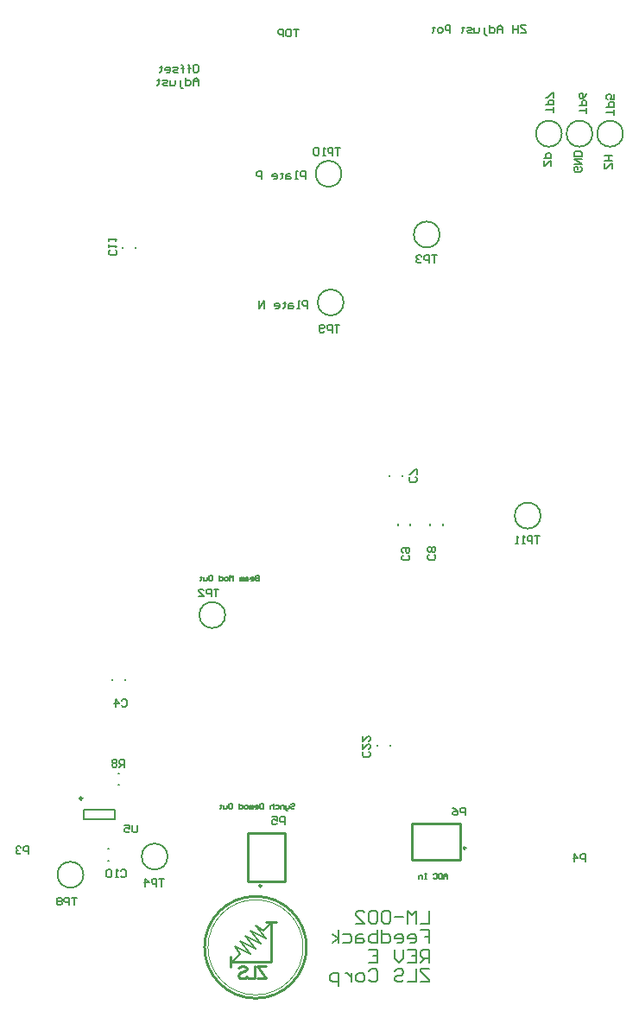
<source format=gbr>
G04 Layer_Color=32896*
%FSLAX26Y26*%
%MOIN*%
%TF.FileFunction,Legend,Bot*%
%TF.Part,Single*%
G01*
G75*
%TA.AperFunction,NonConductor*%
%ADD55C,0.010000*%
%ADD56C,0.009842*%
%ADD57C,0.003937*%
%ADD58C,0.007874*%
%ADD59C,0.005000*%
%ADD60C,0.005905*%
D55*
X-429685Y-2485236D02*
G03*
X-429685Y-2485236I-3937J0D01*
G01*
X359173Y-2338622D02*
G03*
X359173Y-2338622I-3937J0D01*
G01*
X-255143Y-2722616D02*
G03*
X-255143Y-2722616I-196850J0D01*
G01*
X-339134Y-2469488D02*
Y-2280512D01*
X-480866Y-2469488D02*
X-339134D01*
X-480866D02*
Y-2280512D01*
X-339134D01*
X150512Y-2244134D02*
X339488D01*
Y-2385866D02*
Y-2244134D01*
X150512Y-2385866D02*
X339488D01*
X150512D02*
Y-2244134D01*
X-546992Y-2799616D02*
Y-2759616D01*
X-391992Y-2779616D02*
Y-2629616D01*
X-541992Y-2779616D02*
X-391992D01*
X-411992Y-2624616D02*
X-371992D01*
X-443482Y-2795382D02*
X-411993Y-2842616D01*
Y-2795382D02*
X-443482D01*
X-411993Y-2842616D02*
X-443482D01*
X-454054Y-2795382D02*
Y-2842616D01*
X-481045D01*
X-517707Y-2802130D02*
X-513209Y-2797631D01*
X-506461Y-2795382D01*
X-497464D01*
X-490716Y-2797631D01*
X-486218Y-2802130D01*
Y-2806628D01*
X-488467Y-2811127D01*
X-490716Y-2813376D01*
X-495215Y-2815625D01*
X-508710Y-2820124D01*
X-513209Y-2822373D01*
X-515458Y-2824622D01*
X-517707Y-2829121D01*
Y-2835868D01*
X-513209Y-2840367D01*
X-506461Y-2842616D01*
X-497464D01*
X-490716Y-2840367D01*
X-486218Y-2835868D01*
D56*
X-1120700Y-2148033D02*
G03*
X-1120700Y-2148033I-4921J0D01*
G01*
D57*
X-268417Y-2722616D02*
G03*
X-268417Y-2722616I-183576J0D01*
G01*
D58*
X-112000Y-235002D02*
G03*
X-112000Y-235002I-50000J0D01*
G01*
X-569000Y-1441000D02*
G03*
X-569000Y-1441000I-50000J0D01*
G01*
X259000Y26998D02*
G03*
X259000Y26998I-50000J0D01*
G01*
X-791535Y-2372522D02*
G03*
X-791535Y-2372522I-50000J0D01*
G01*
X966575Y415825D02*
G03*
X966575Y415825I-50000J0D01*
G01*
X848465D02*
G03*
X848465Y415825I-50000J0D01*
G01*
X730354D02*
G03*
X730354Y415825I-50000J0D01*
G01*
X-1116535Y-2442522D02*
G03*
X-1116535Y-2442522I-50000J0D01*
G01*
X-120000Y260998D02*
G03*
X-120000Y260998I-50000J0D01*
G01*
X648465Y-1057522D02*
G03*
X648465Y-1057522I-50000J0D01*
G01*
X-954393Y-1691970D02*
Y-1688032D01*
X-1003605Y-1691970D02*
Y-1688032D01*
X-981408Y-2096806D02*
X-977472D01*
X-981408Y-2053498D02*
X-977472D01*
X96976Y-1094128D02*
Y-1090192D01*
X146188Y-1094128D02*
Y-1090192D01*
X66110Y-905562D02*
Y-901624D01*
X115322Y-905562D02*
Y-901624D01*
X271188Y-1094128D02*
Y-1090192D01*
X221976Y-1094128D02*
Y-1090192D01*
X-915394Y-25970D02*
Y-22034D01*
X-964606Y-25970D02*
Y-22034D01*
X19088Y-1946174D02*
Y-1942238D01*
X68300Y-1946174D02*
Y-1942238D01*
X-1114794Y-2229726D02*
X-996684D01*
X-1114794Y-2190356D02*
X-996684D01*
Y-2229726D02*
Y-2190356D01*
X-1114794Y-2229726D02*
Y-2190356D01*
X-1021410Y-2340546D02*
X-1017472D01*
X-1021410Y-2389758D02*
X-1017472D01*
X218661Y-2806672D02*
X185338D01*
Y-2815003D01*
X218661Y-2848325D01*
Y-2856656D01*
X185338D01*
X168677Y-2806672D02*
Y-2856656D01*
X135355D01*
X85371Y-2815003D02*
X93701Y-2806672D01*
X110363D01*
X118693Y-2815003D01*
Y-2823333D01*
X110363Y-2831664D01*
X93701D01*
X85371Y-2839995D01*
Y-2848325D01*
X93701Y-2856656D01*
X110363D01*
X118693Y-2848325D01*
X-14597Y-2815003D02*
X-6266Y-2806672D01*
X10395D01*
X18726Y-2815003D01*
Y-2848325D01*
X10395Y-2856656D01*
X-6266D01*
X-14597Y-2848325D01*
X-39589Y-2856656D02*
X-56250D01*
X-64581Y-2848325D01*
Y-2831664D01*
X-56250Y-2823333D01*
X-39589D01*
X-31258Y-2831664D01*
Y-2848325D01*
X-39589Y-2856656D01*
X-81242Y-2823333D02*
Y-2856656D01*
Y-2839995D01*
X-89572Y-2831664D01*
X-97903Y-2823333D01*
X-106234D01*
X-131226Y-2873317D02*
Y-2823333D01*
X-156218D01*
X-164548Y-2831664D01*
Y-2848325D01*
X-156218Y-2856656D01*
X-131226D01*
X218661Y-2781656D02*
Y-2731672D01*
X193669D01*
X185338Y-2740003D01*
Y-2756664D01*
X193669Y-2764995D01*
X218661D01*
X202000D02*
X185338Y-2781656D01*
X135355Y-2731672D02*
X168677D01*
Y-2781656D01*
X135355D01*
X168677Y-2756664D02*
X152016D01*
X118693Y-2731672D02*
Y-2764995D01*
X102032Y-2781656D01*
X85371Y-2764995D01*
Y-2731672D01*
X-14597D02*
X18726D01*
Y-2781656D01*
X-14597D01*
X18726Y-2756664D02*
X2064D01*
X185338Y-2656672D02*
X218661D01*
Y-2681664D01*
X202000D01*
X218661D01*
Y-2706656D01*
X143685D02*
X160347D01*
X168677Y-2698325D01*
Y-2681664D01*
X160347Y-2673333D01*
X143685D01*
X135355Y-2681664D01*
Y-2689995D01*
X168677D01*
X93701Y-2706656D02*
X110363D01*
X118693Y-2698325D01*
Y-2681664D01*
X110363Y-2673333D01*
X93701D01*
X85371Y-2681664D01*
Y-2689995D01*
X118693D01*
X35387Y-2656672D02*
Y-2706656D01*
X60379D01*
X68710Y-2698325D01*
Y-2681664D01*
X60379Y-2673333D01*
X35387D01*
X18726Y-2656672D02*
Y-2706656D01*
X-6266D01*
X-14597Y-2698325D01*
Y-2689995D01*
Y-2681664D01*
X-6266Y-2673333D01*
X18726D01*
X-39589D02*
X-56250D01*
X-64581Y-2681664D01*
Y-2706656D01*
X-39589D01*
X-31258Y-2698325D01*
X-39589Y-2689995D01*
X-64581D01*
X-114564Y-2673333D02*
X-89572D01*
X-81242Y-2681664D01*
Y-2698325D01*
X-89572Y-2706656D01*
X-114564D01*
X-131226D02*
Y-2656672D01*
Y-2689995D02*
X-156218Y-2673333D01*
X-131226Y-2689995D02*
X-156218Y-2706656D01*
X218661Y-2581672D02*
Y-2631656D01*
X185338D01*
X168677D02*
Y-2581672D01*
X152016Y-2598333D01*
X135355Y-2581672D01*
Y-2631656D01*
X118693Y-2606664D02*
X85371D01*
X68710Y-2590003D02*
X60379Y-2581672D01*
X43718D01*
X35387Y-2590003D01*
Y-2623325D01*
X43718Y-2631656D01*
X60379D01*
X68710Y-2623325D01*
Y-2590003D01*
X18726D02*
X10395Y-2581672D01*
X-6266D01*
X-14597Y-2590003D01*
Y-2623325D01*
X-6266Y-2631656D01*
X10395D01*
X18726Y-2623325D01*
Y-2590003D01*
X-64581Y-2631656D02*
X-31258D01*
X-64581Y-2598333D01*
Y-2590003D01*
X-56250Y-2581672D01*
X-39589D01*
X-31258Y-2590003D01*
D59*
X-421992Y-2659616D02*
X-391992Y-2629616D01*
X-511992Y-2699616D02*
X-451992Y-2729616D01*
X-511992Y-2699616D02*
X-471992Y-2749616D01*
X-491992Y-2679616D02*
X-451992Y-2729616D01*
X-531992Y-2719616D02*
X-511992Y-2749616D01*
X-531992Y-2719616D02*
X-471992Y-2749616D01*
X-451992Y-2639616D02*
X-421992Y-2659616D01*
X-541992Y-2779616D02*
X-511992Y-2749616D01*
X-471992Y-2659616D02*
X-411992Y-2689616D01*
X-451992Y-2639616D02*
X-411992Y-2689616D01*
X-471992Y-2659616D02*
X-431992Y-2709616D01*
X-491992Y-2679616D02*
X-431992Y-2709616D01*
X287000Y-2458000D02*
Y-2444671D01*
X280336Y-2438006D01*
X273671Y-2444671D01*
Y-2458000D01*
Y-2448003D01*
X287000D01*
X267007Y-2438006D02*
Y-2458000D01*
X257010D01*
X253678Y-2454668D01*
Y-2441339D01*
X257010Y-2438006D01*
X267007D01*
X233684Y-2441339D02*
X237016Y-2438006D01*
X243681D01*
X247013Y-2441339D01*
Y-2454668D01*
X243681Y-2458000D01*
X237016D01*
X233684Y-2454668D01*
X207026Y-2438006D02*
X200362D01*
X203694D01*
Y-2458000D01*
X207026D01*
X200362D01*
X190365D02*
Y-2444671D01*
X180368D01*
X177036Y-2448003D01*
Y-2458000D01*
X-439000Y-1288006D02*
Y-1308000D01*
X-448997D01*
X-452329Y-1304668D01*
Y-1301335D01*
X-448997Y-1298003D01*
X-439000D01*
X-448997D01*
X-452329Y-1294671D01*
Y-1291339D01*
X-448997Y-1288006D01*
X-439000D01*
X-468990Y-1308000D02*
X-462326D01*
X-458993Y-1304668D01*
Y-1298003D01*
X-462326Y-1294671D01*
X-468990D01*
X-472322Y-1298003D01*
Y-1301335D01*
X-458993D01*
X-482319Y-1294671D02*
X-488984D01*
X-492316Y-1298003D01*
Y-1308000D01*
X-482319D01*
X-478987Y-1304668D01*
X-482319Y-1301335D01*
X-492316D01*
X-498981Y-1308000D02*
Y-1294671D01*
X-502313D01*
X-505645Y-1298003D01*
Y-1308000D01*
Y-1298003D01*
X-508977Y-1294671D01*
X-512309Y-1298003D01*
Y-1308000D01*
X-538967D02*
Y-1288006D01*
X-545632Y-1294671D01*
X-552297Y-1288006D01*
Y-1308000D01*
X-562293D02*
X-568958D01*
X-572290Y-1304668D01*
Y-1298003D01*
X-568958Y-1294671D01*
X-562293D01*
X-558961Y-1298003D01*
Y-1304668D01*
X-562293Y-1308000D01*
X-592284Y-1288006D02*
Y-1308000D01*
X-582287D01*
X-578955Y-1304668D01*
Y-1298003D01*
X-582287Y-1294671D01*
X-592284D01*
X-628938Y-1288006D02*
X-622274D01*
X-618942Y-1291339D01*
Y-1304668D01*
X-622274Y-1308000D01*
X-628938D01*
X-632270Y-1304668D01*
Y-1291339D01*
X-628938Y-1288006D01*
X-638935Y-1294671D02*
Y-1304668D01*
X-642267Y-1308000D01*
X-652264D01*
Y-1294671D01*
X-662261Y-1291339D02*
Y-1294671D01*
X-658928D01*
X-665593D01*
X-662261D01*
Y-1304668D01*
X-665593Y-1308000D01*
X-316329Y-2173339D02*
X-312997Y-2170006D01*
X-306332D01*
X-303000Y-2173339D01*
Y-2176671D01*
X-306332Y-2180003D01*
X-312997D01*
X-316329Y-2183336D01*
Y-2186668D01*
X-312997Y-2190000D01*
X-306332D01*
X-303000Y-2186668D01*
X-322993Y-2176671D02*
Y-2186668D01*
X-326326Y-2190000D01*
X-336322D01*
Y-2193332D01*
X-332990Y-2196664D01*
X-329658D01*
X-336322Y-2190000D02*
Y-2176671D01*
X-342987Y-2190000D02*
Y-2176671D01*
X-352984D01*
X-356316Y-2180003D01*
Y-2190000D01*
X-376310Y-2176671D02*
X-366313D01*
X-362981Y-2180003D01*
Y-2186668D01*
X-366313Y-2190000D01*
X-376310D01*
X-382974Y-2170006D02*
Y-2190000D01*
Y-2180003D01*
X-386306Y-2176671D01*
X-392971D01*
X-396303Y-2180003D01*
Y-2190000D01*
X-422961Y-2170006D02*
Y-2190000D01*
X-432958D01*
X-436290Y-2186668D01*
Y-2173339D01*
X-432958Y-2170006D01*
X-422961D01*
X-452951Y-2190000D02*
X-446287D01*
X-442954Y-2186668D01*
Y-2180003D01*
X-446287Y-2176671D01*
X-452951D01*
X-456284Y-2180003D01*
Y-2183336D01*
X-442954D01*
X-462948Y-2190000D02*
Y-2176671D01*
X-466280D01*
X-469613Y-2180003D01*
Y-2190000D01*
Y-2180003D01*
X-472945Y-2176671D01*
X-476277Y-2180003D01*
Y-2190000D01*
X-486274D02*
X-492938D01*
X-496271Y-2186668D01*
Y-2180003D01*
X-492938Y-2176671D01*
X-486274D01*
X-482942Y-2180003D01*
Y-2186668D01*
X-486274Y-2190000D01*
X-516264Y-2170006D02*
Y-2190000D01*
X-506267D01*
X-502935Y-2186668D01*
Y-2180003D01*
X-506267Y-2176671D01*
X-516264D01*
X-552919Y-2170006D02*
X-546254D01*
X-542922Y-2173339D01*
Y-2186668D01*
X-546254Y-2190000D01*
X-552919D01*
X-556251Y-2186668D01*
Y-2173339D01*
X-552919Y-2170006D01*
X-562915Y-2176671D02*
Y-2186668D01*
X-566248Y-2190000D01*
X-576245D01*
Y-2176671D01*
X-586241Y-2173339D02*
Y-2176671D01*
X-582909D01*
X-589573D01*
X-586241D01*
Y-2186668D01*
X-589573Y-2190000D01*
D60*
X-284905Y819423D02*
X-304584D01*
X-294745D01*
Y789905D01*
X-329183Y819423D02*
X-319343D01*
X-314423Y814504D01*
Y794825D01*
X-319343Y789905D01*
X-329183D01*
X-334102Y794825D01*
Y814504D01*
X-329183Y819423D01*
X-343942Y789905D02*
Y819423D01*
X-358701D01*
X-363620Y814504D01*
Y804664D01*
X-358701Y799745D01*
X-343942D01*
X-687664Y681858D02*
X-677825D01*
X-672905Y676938D01*
Y657259D01*
X-677825Y652340D01*
X-687664D01*
X-692584Y657259D01*
Y676938D01*
X-687664Y681858D01*
X-707343Y652340D02*
Y676938D01*
Y667098D01*
X-702423D01*
X-712263D01*
X-707343D01*
Y676938D01*
X-712263Y681858D01*
X-731942Y652340D02*
Y676938D01*
Y667098D01*
X-727022D01*
X-736861D01*
X-731942D01*
Y676938D01*
X-736861Y681858D01*
X-751620Y652340D02*
X-766379D01*
X-771299Y657259D01*
X-766379Y662179D01*
X-756540D01*
X-751620Y667098D01*
X-756540Y672018D01*
X-771299D01*
X-795897Y652340D02*
X-786058D01*
X-781138Y657259D01*
Y667098D01*
X-786058Y672018D01*
X-795897D01*
X-800817Y667098D01*
Y662179D01*
X-781138D01*
X-815576Y676938D02*
Y672018D01*
X-810657D01*
X-820496D01*
X-815576D01*
Y657259D01*
X-820496Y652340D01*
X-672905Y602745D02*
Y622423D01*
X-682745Y632263D01*
X-692584Y622423D01*
Y602745D01*
Y617504D01*
X-672905D01*
X-722102Y632263D02*
Y602745D01*
X-707343D01*
X-702423Y607664D01*
Y617504D01*
X-707343Y622423D01*
X-722102D01*
X-731942Y592905D02*
X-736861D01*
X-741781Y597825D01*
Y622423D01*
X-761460D02*
Y607664D01*
X-766379Y602745D01*
X-781138D01*
Y622423D01*
X-790978Y602745D02*
X-805737D01*
X-810657Y607664D01*
X-805737Y612584D01*
X-795898D01*
X-790978Y617504D01*
X-795898Y622423D01*
X-810657D01*
X-825416Y627343D02*
Y622423D01*
X-820496D01*
X-830335D01*
X-825416D01*
Y607664D01*
X-830335Y602745D01*
X-340110Y-2249112D02*
Y-2219594D01*
X-354869D01*
X-359789Y-2224514D01*
Y-2234353D01*
X-354869Y-2239273D01*
X-340110D01*
X-389307Y-2219594D02*
X-369628D01*
Y-2234353D01*
X-379467Y-2229433D01*
X-384387D01*
X-389307Y-2234353D01*
Y-2244192D01*
X-384387Y-2249112D01*
X-374548D01*
X-369628Y-2244192D01*
X-968679Y-1770402D02*
X-963759Y-1765482D01*
X-953920D01*
X-949000Y-1770402D01*
Y-1790080D01*
X-953920Y-1795000D01*
X-963759D01*
X-968679Y-1790080D01*
X-993277Y-1795000D02*
Y-1765482D01*
X-978518Y-1780241D01*
X-998197D01*
X357890Y-2213112D02*
Y-2183594D01*
X343131D01*
X338211Y-2188514D01*
Y-2198353D01*
X343131Y-2203273D01*
X357890D01*
X308693Y-2183594D02*
X318533Y-2188514D01*
X328372Y-2198353D01*
Y-2208192D01*
X323452Y-2213112D01*
X313613D01*
X308693Y-2208192D01*
Y-2203273D01*
X313613Y-2198353D01*
X328372D01*
X822480Y-2392522D02*
Y-2363004D01*
X807721D01*
X802801Y-2367924D01*
Y-2377763D01*
X807721Y-2382683D01*
X822480D01*
X778203Y-2392522D02*
Y-2363004D01*
X792962Y-2377763D01*
X773283D01*
X-908000Y-2250482D02*
Y-2275080D01*
X-912920Y-2280000D01*
X-922759D01*
X-927679Y-2275080D01*
Y-2250482D01*
X-957197D02*
X-937518D01*
Y-2265241D01*
X-947357Y-2260321D01*
X-952277D01*
X-957197Y-2265241D01*
Y-2275080D01*
X-952277Y-2280000D01*
X-942438D01*
X-937518Y-2275080D01*
X-804000Y-2458482D02*
X-823679D01*
X-813839D01*
Y-2488000D01*
X-833518D02*
Y-2458482D01*
X-848277D01*
X-853197Y-2463402D01*
Y-2473241D01*
X-848277Y-2478161D01*
X-833518D01*
X-877795Y-2488000D02*
Y-2458482D01*
X-863036Y-2473241D01*
X-882715D01*
X-957433Y-2027537D02*
Y-1998019D01*
X-972192D01*
X-977111Y-2002938D01*
Y-2012778D01*
X-972192Y-2017697D01*
X-957433D01*
X-967272D02*
X-977111Y-2027537D01*
X-986951Y-2002938D02*
X-991870Y-1998019D01*
X-1001710D01*
X-1006629Y-2002938D01*
Y-2007858D01*
X-1001710Y-2012778D01*
X-1006629Y-2017697D01*
Y-2022617D01*
X-1001710Y-2027537D01*
X-991870D01*
X-986951Y-2022617D01*
Y-2017697D01*
X-991870Y-2012778D01*
X-986951Y-2007858D01*
Y-2002938D01*
X-991870Y-2012778D02*
X-1001710D01*
X-972679Y-2427402D02*
X-967759Y-2422482D01*
X-957920D01*
X-953000Y-2427402D01*
Y-2447080D01*
X-957920Y-2452000D01*
X-967759D01*
X-972679Y-2447080D01*
X-982518Y-2452000D02*
X-992357D01*
X-987438D01*
Y-2422482D01*
X-982518Y-2427402D01*
X-1007116D02*
X-1012036Y-2422482D01*
X-1021875D01*
X-1026795Y-2427402D01*
Y-2447080D01*
X-1021875Y-2452000D01*
X-1012036D01*
X-1007116Y-2447080D01*
Y-2427402D01*
X646000Y-1136482D02*
X626321D01*
X636161D01*
Y-1166000D01*
X616482D02*
Y-1136482D01*
X601723D01*
X596803Y-1141402D01*
Y-1151241D01*
X601723Y-1156161D01*
X616482D01*
X586964Y-1166000D02*
X577124D01*
X582044D01*
Y-1136482D01*
X586964Y-1141402D01*
X562365Y-1166000D02*
X552526D01*
X557446D01*
Y-1136482D01*
X562365Y-1141402D01*
X-124000Y361518D02*
X-143679D01*
X-133839D01*
Y332000D01*
X-153518D02*
Y361518D01*
X-168277D01*
X-173197Y356598D01*
Y346759D01*
X-168277Y341839D01*
X-153518D01*
X-183036Y332000D02*
X-192876D01*
X-187956D01*
Y361518D01*
X-183036Y356598D01*
X-207635D02*
X-212554Y361518D01*
X-222394D01*
X-227313Y356598D01*
Y336920D01*
X-222394Y332000D01*
X-212554D01*
X-207635Y336920D01*
Y356598D01*
X-127000Y-321482D02*
X-146679D01*
X-136839D01*
Y-351000D01*
X-156518D02*
Y-321482D01*
X-171277D01*
X-176197Y-326402D01*
Y-336241D01*
X-171277Y-341161D01*
X-156518D01*
X-186036Y-346080D02*
X-190956Y-351000D01*
X-200795D01*
X-205715Y-346080D01*
Y-326402D01*
X-200795Y-321482D01*
X-190956D01*
X-186036Y-326402D01*
Y-331321D01*
X-190956Y-336241D01*
X-205715D01*
X698518Y497000D02*
Y516679D01*
Y506839D01*
X669000D01*
Y526518D02*
X698518D01*
Y541277D01*
X693598Y546197D01*
X683759D01*
X678839Y541277D01*
Y526518D01*
X698518Y556036D02*
Y575715D01*
X693598D01*
X673920Y556036D01*
X669000D01*
X826518Y494000D02*
Y513679D01*
Y503839D01*
X797000D01*
Y523518D02*
X826518D01*
Y538277D01*
X821598Y543197D01*
X811759D01*
X806839Y538277D01*
Y523518D01*
X826518Y572715D02*
X821598Y562876D01*
X811759Y553036D01*
X801920D01*
X797000Y557956D01*
Y567795D01*
X801920Y572715D01*
X806839D01*
X811759Y567795D01*
Y553036D01*
X932518Y489000D02*
Y508679D01*
Y498839D01*
X903000D01*
Y518518D02*
X932518D01*
Y533277D01*
X927598Y538197D01*
X917759D01*
X912839Y533277D01*
Y518518D01*
X932518Y567715D02*
Y548036D01*
X917759D01*
X922679Y557876D01*
Y562795D01*
X917759Y567715D01*
X907920D01*
X903000Y562795D01*
Y552956D01*
X907920Y548036D01*
X-1141000Y-2530482D02*
X-1160679D01*
X-1150839D01*
Y-2560000D01*
X-1170518D02*
Y-2530482D01*
X-1185277D01*
X-1190197Y-2535402D01*
Y-2545241D01*
X-1185277Y-2550161D01*
X-1170518D01*
X-1200036Y-2535402D02*
X-1204956Y-2530482D01*
X-1214795D01*
X-1219715Y-2535402D01*
Y-2540321D01*
X-1214795Y-2545241D01*
X-1219715Y-2550161D01*
Y-2555080D01*
X-1214795Y-2560000D01*
X-1204956D01*
X-1200036Y-2555080D01*
Y-2550161D01*
X-1204956Y-2545241D01*
X-1200036Y-2540321D01*
Y-2535402D01*
X-1204956Y-2545241D02*
X-1214795D01*
X248000Y-52482D02*
X228321D01*
X238161D01*
Y-82000D01*
X218482D02*
Y-52482D01*
X203723D01*
X198803Y-57402D01*
Y-67241D01*
X203723Y-72161D01*
X218482D01*
X188964Y-57402D02*
X184044Y-52482D01*
X174205D01*
X169285Y-57402D01*
Y-62321D01*
X174205Y-67241D01*
X179124D01*
X174205D01*
X169285Y-72161D01*
Y-77080D01*
X174205Y-82000D01*
X184044D01*
X188964Y-77080D01*
X-593693Y-1340275D02*
X-613372D01*
X-603533D01*
Y-1369793D01*
X-623211D02*
Y-1340275D01*
X-637970D01*
X-642890Y-1345195D01*
Y-1355034D01*
X-637970Y-1359954D01*
X-623211D01*
X-672408Y-1369793D02*
X-652729D01*
X-672408Y-1350115D01*
Y-1345195D01*
X-667488Y-1340275D01*
X-657649D01*
X-652729Y-1345195D01*
X-1327520Y-2362522D02*
Y-2333004D01*
X-1342279D01*
X-1347199Y-2337924D01*
Y-2347763D01*
X-1342279Y-2352683D01*
X-1327520D01*
X-1357038Y-2337924D02*
X-1361958Y-2333004D01*
X-1371797D01*
X-1376717Y-2337924D01*
Y-2342843D01*
X-1371797Y-2347763D01*
X-1366878D01*
X-1371797D01*
X-1376717Y-2352683D01*
Y-2357602D01*
X-1371797Y-2362522D01*
X-1361958D01*
X-1357038Y-2357602D01*
X-13819Y-1967638D02*
X-8899Y-1972558D01*
Y-1982397D01*
X-13819Y-1987317D01*
X-33497D01*
X-38417Y-1982397D01*
Y-1972558D01*
X-33497Y-1967638D01*
X-38417Y-1938120D02*
Y-1957799D01*
X-18738Y-1938120D01*
X-13819D01*
X-8899Y-1943040D01*
Y-1952879D01*
X-13819Y-1957799D01*
X-38417Y-1908602D02*
Y-1928281D01*
X-18738Y-1908602D01*
X-13819D01*
X-8899Y-1913522D01*
Y-1923361D01*
X-13819Y-1928281D01*
X-992401Y-32323D02*
X-987482Y-37243D01*
Y-47082D01*
X-992401Y-52002D01*
X-1012080D01*
X-1017000Y-47082D01*
Y-37243D01*
X-1012080Y-32323D01*
X-1017000Y-22484D02*
Y-12644D01*
Y-17564D01*
X-987482D01*
X-992401Y-22484D01*
X-1017000Y2115D02*
Y11954D01*
Y7034D01*
X-987482D01*
X-992401Y2115D01*
X136598Y-1210321D02*
X141518Y-1215241D01*
Y-1225080D01*
X136598Y-1230000D01*
X116920D01*
X112000Y-1225080D01*
Y-1215241D01*
X116920Y-1210321D01*
Y-1200482D02*
X112000Y-1195562D01*
Y-1185723D01*
X116920Y-1180803D01*
X136598D01*
X141518Y-1185723D01*
Y-1195562D01*
X136598Y-1200482D01*
X131679D01*
X126759Y-1195562D01*
Y-1180803D01*
X237598Y-1207321D02*
X242518Y-1212241D01*
Y-1222080D01*
X237598Y-1227000D01*
X217920D01*
X213000Y-1222080D01*
Y-1212241D01*
X217920Y-1207321D01*
X237598Y-1197482D02*
X242518Y-1192562D01*
Y-1182723D01*
X237598Y-1177803D01*
X232679D01*
X227759Y-1182723D01*
X222839Y-1177803D01*
X217920D01*
X213000Y-1182723D01*
Y-1192562D01*
X217920Y-1197482D01*
X222839D01*
X227759Y-1192562D01*
X232679Y-1197482D01*
X237598D01*
X227759Y-1192562D02*
Y-1182723D01*
X166181Y-907481D02*
X171101Y-912400D01*
Y-922240D01*
X166181Y-927159D01*
X146502D01*
X141583Y-922240D01*
Y-912400D01*
X146502Y-907481D01*
X171101Y-897641D02*
Y-877962D01*
X166181D01*
X146502Y-897641D01*
X141583D01*
X589890Y834406D02*
X570211D01*
Y829486D01*
X589890Y809808D01*
Y804888D01*
X570211D01*
X560372Y834406D02*
Y804888D01*
Y819647D01*
X540693D01*
Y834406D01*
Y804888D01*
X501336D02*
Y824567D01*
X491496Y834406D01*
X481657Y824567D01*
Y804888D01*
Y819647D01*
X501336D01*
X452139Y834406D02*
Y804888D01*
X466898D01*
X471818Y809808D01*
Y819647D01*
X466898Y824567D01*
X452139D01*
X442300Y795049D02*
X437380D01*
X432460Y799968D01*
Y824567D01*
X412781D02*
Y809808D01*
X407862Y804888D01*
X393103D01*
Y824567D01*
X383263Y804888D02*
X368504D01*
X363585Y809808D01*
X368504Y814727D01*
X378344D01*
X383263Y819647D01*
X378344Y824567D01*
X363585D01*
X348825Y829486D02*
Y824567D01*
X353745D01*
X343906D01*
X348825D01*
Y809808D01*
X343906Y804888D01*
X299629D02*
Y834406D01*
X284870D01*
X279950Y829486D01*
Y819647D01*
X284870Y814727D01*
X299629D01*
X265191Y804888D02*
X255352D01*
X250432Y809808D01*
Y819647D01*
X255352Y824567D01*
X265191D01*
X270111Y819647D01*
Y809808D01*
X265191Y804888D01*
X235673Y829486D02*
Y824567D01*
X240593D01*
X230753D01*
X235673D01*
Y809808D01*
X230753Y804888D01*
X689518Y292000D02*
Y311679D01*
X684598D01*
X664920Y292000D01*
X660000D01*
Y311679D01*
Y321518D02*
X689518D01*
Y336277D01*
X684598Y341197D01*
X674759D01*
X669839Y336277D01*
Y321518D01*
X802598Y288679D02*
X807518Y283759D01*
Y273920D01*
X802598Y269000D01*
X782920D01*
X778000Y273920D01*
Y283759D01*
X782920Y288679D01*
X792759D01*
Y278839D01*
X778000Y298518D02*
X807518D01*
X778000Y318197D01*
X807518D01*
Y328036D02*
X778000D01*
Y342795D01*
X782920Y347715D01*
X802598D01*
X807518Y342795D01*
Y328036D01*
X925518Y283000D02*
Y302679D01*
X920598D01*
X900920Y283000D01*
X896000D01*
Y302679D01*
X925518Y312518D02*
X896000D01*
X910759D01*
Y332197D01*
X925518D01*
X896000D01*
X-251000Y-258000D02*
Y-228482D01*
X-265759D01*
X-270679Y-233402D01*
Y-243241D01*
X-265759Y-248161D01*
X-251000D01*
X-280518Y-258000D02*
X-290358D01*
X-285438D01*
Y-228482D01*
X-280518D01*
X-310036Y-238321D02*
X-319875D01*
X-324795Y-243241D01*
Y-258000D01*
X-310036D01*
X-305116Y-253080D01*
X-310036Y-248161D01*
X-324795D01*
X-339554Y-233402D02*
Y-238321D01*
X-334635D01*
X-344474D01*
X-339554D01*
Y-253080D01*
X-344474Y-258000D01*
X-373992D02*
X-364153D01*
X-359233Y-253080D01*
Y-243241D01*
X-364153Y-238321D01*
X-373992D01*
X-378912Y-243241D01*
Y-248161D01*
X-359233D01*
X-418269Y-258000D02*
Y-228482D01*
X-437948Y-258000D01*
Y-228482D01*
X-260000Y241000D02*
Y270518D01*
X-274759D01*
X-279679Y265598D01*
Y255759D01*
X-274759Y250839D01*
X-260000D01*
X-289518Y241000D02*
X-299358D01*
X-294438D01*
Y270518D01*
X-289518D01*
X-319036Y260679D02*
X-328875D01*
X-333795Y255759D01*
Y241000D01*
X-319036D01*
X-314116Y245920D01*
X-319036Y250839D01*
X-333795D01*
X-348554Y265598D02*
Y260679D01*
X-343635D01*
X-353474D01*
X-348554D01*
Y245920D01*
X-353474Y241000D01*
X-382992D02*
X-373153D01*
X-368233Y245920D01*
Y255759D01*
X-373153Y260679D01*
X-382992D01*
X-387912Y255759D01*
Y250839D01*
X-368233D01*
X-427269Y241000D02*
Y270518D01*
X-442028D01*
X-446948Y265598D01*
Y255759D01*
X-442028Y250839D01*
X-427269D01*
%TF.MD5,e9ec7bd31e6e6030f1057c9ba07570ac*%
M02*

</source>
